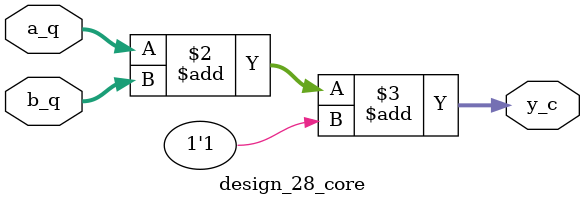
<source format=v>
module design_28_core #(
  parameter W = 16
)(
  input      [W-1:0] a_q,
  input      [W-1:0] b_q,
  output reg [W-1:0] y_c
);
  always @* begin
    y_c = a_q + b_q + 1'b1;
  end
endmodule

</source>
